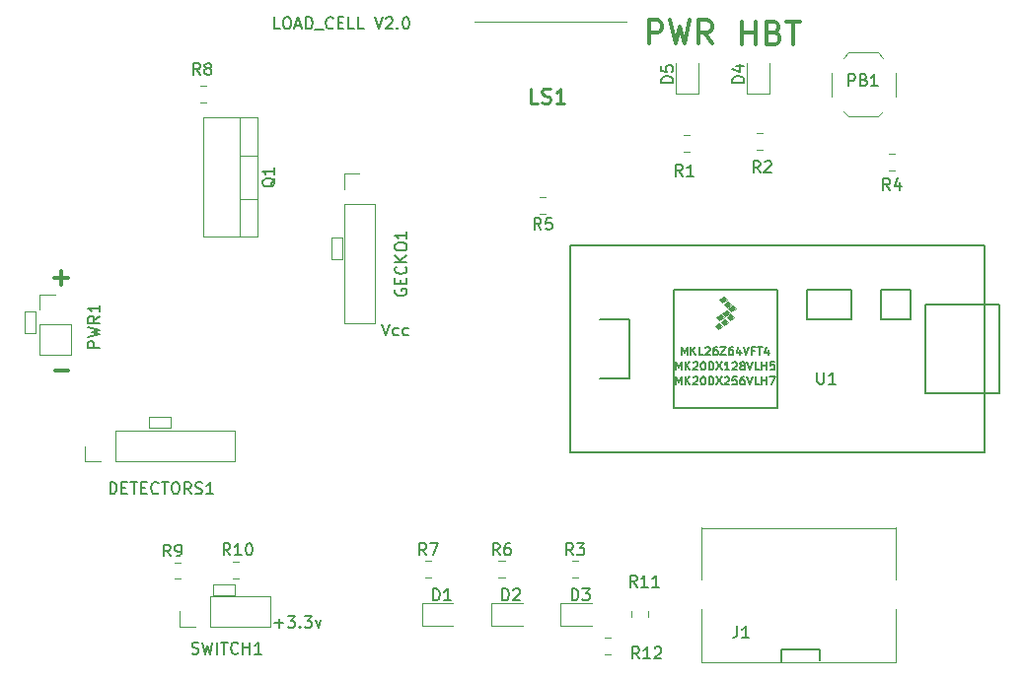
<source format=gbr>
G04 #@! TF.GenerationSoftware,KiCad,Pcbnew,(5.1.4-0-10_14)*
G04 #@! TF.CreationDate,2020-04-29T08:22:51-04:00*
G04 #@! TF.ProjectId,load_cell,6c6f6164-5f63-4656-9c6c-2e6b69636164,rev?*
G04 #@! TF.SameCoordinates,Original*
G04 #@! TF.FileFunction,Legend,Top*
G04 #@! TF.FilePolarity,Positive*
%FSLAX46Y46*%
G04 Gerber Fmt 4.6, Leading zero omitted, Abs format (unit mm)*
G04 Created by KiCad (PCBNEW (5.1.4-0-10_14)) date 2020-04-29 08:22:51*
%MOMM*%
%LPD*%
G04 APERTURE LIST*
%ADD10C,0.300000*%
%ADD11C,0.120000*%
%ADD12C,0.150000*%
%ADD13C,0.100000*%
%ADD14C,0.254000*%
G04 APERTURE END LIST*
D10*
X85628571Y-97457142D02*
X86771428Y-97457142D01*
D11*
X99150000Y-115850000D02*
X99150000Y-116750000D01*
X99150000Y-116750000D02*
X101050000Y-116750000D01*
X101050000Y-115850000D02*
X99150000Y-115850000D01*
X101050000Y-116750000D02*
X101050000Y-115850000D01*
X93650000Y-101450000D02*
X93650000Y-102350000D01*
X93650000Y-102350000D02*
X95550000Y-102350000D01*
X95550000Y-101450000D02*
X93650000Y-101450000D01*
X95550000Y-102350000D02*
X95550000Y-101450000D01*
X110250000Y-86000000D02*
X109350000Y-86000000D01*
X109350000Y-86000000D02*
X109350000Y-87900000D01*
X110250000Y-87900000D02*
X110250000Y-86000000D01*
X109350000Y-87900000D02*
X110250000Y-87900000D01*
X83950000Y-92350000D02*
X83050000Y-92350000D01*
X83950000Y-94250000D02*
X83950000Y-92350000D01*
X83050000Y-94250000D02*
X83950000Y-94250000D01*
X83050000Y-92350000D02*
X83050000Y-94250000D01*
D12*
X104914285Y-68102380D02*
X104438095Y-68102380D01*
X104438095Y-67102380D01*
X105438095Y-67102380D02*
X105628571Y-67102380D01*
X105723809Y-67150000D01*
X105819047Y-67245238D01*
X105866666Y-67435714D01*
X105866666Y-67769047D01*
X105819047Y-67959523D01*
X105723809Y-68054761D01*
X105628571Y-68102380D01*
X105438095Y-68102380D01*
X105342857Y-68054761D01*
X105247619Y-67959523D01*
X105200000Y-67769047D01*
X105200000Y-67435714D01*
X105247619Y-67245238D01*
X105342857Y-67150000D01*
X105438095Y-67102380D01*
X106247619Y-67816666D02*
X106723809Y-67816666D01*
X106152380Y-68102380D02*
X106485714Y-67102380D01*
X106819047Y-68102380D01*
X107152380Y-68102380D02*
X107152380Y-67102380D01*
X107390476Y-67102380D01*
X107533333Y-67150000D01*
X107628571Y-67245238D01*
X107676190Y-67340476D01*
X107723809Y-67530952D01*
X107723809Y-67673809D01*
X107676190Y-67864285D01*
X107628571Y-67959523D01*
X107533333Y-68054761D01*
X107390476Y-68102380D01*
X107152380Y-68102380D01*
X107914285Y-68197619D02*
X108676190Y-68197619D01*
X109485714Y-68007142D02*
X109438095Y-68054761D01*
X109295238Y-68102380D01*
X109200000Y-68102380D01*
X109057142Y-68054761D01*
X108961904Y-67959523D01*
X108914285Y-67864285D01*
X108866666Y-67673809D01*
X108866666Y-67530952D01*
X108914285Y-67340476D01*
X108961904Y-67245238D01*
X109057142Y-67150000D01*
X109200000Y-67102380D01*
X109295238Y-67102380D01*
X109438095Y-67150000D01*
X109485714Y-67197619D01*
X109914285Y-67578571D02*
X110247619Y-67578571D01*
X110390476Y-68102380D02*
X109914285Y-68102380D01*
X109914285Y-67102380D01*
X110390476Y-67102380D01*
X111295238Y-68102380D02*
X110819047Y-68102380D01*
X110819047Y-67102380D01*
X112104761Y-68102380D02*
X111628571Y-68102380D01*
X111628571Y-67102380D01*
X113057142Y-67102380D02*
X113390476Y-68102380D01*
X113723809Y-67102380D01*
X114009523Y-67197619D02*
X114057142Y-67150000D01*
X114152380Y-67102380D01*
X114390476Y-67102380D01*
X114485714Y-67150000D01*
X114533333Y-67197619D01*
X114580952Y-67292857D01*
X114580952Y-67388095D01*
X114533333Y-67530952D01*
X113961904Y-68102380D01*
X114580952Y-68102380D01*
X115009523Y-68007142D02*
X115057142Y-68054761D01*
X115009523Y-68102380D01*
X114961904Y-68054761D01*
X115009523Y-68007142D01*
X115009523Y-68102380D01*
X115676190Y-67102380D02*
X115771428Y-67102380D01*
X115866666Y-67150000D01*
X115914285Y-67197619D01*
X115961904Y-67292857D01*
X116009523Y-67483333D01*
X116009523Y-67721428D01*
X115961904Y-67911904D01*
X115914285Y-68007142D01*
X115866666Y-68054761D01*
X115771428Y-68102380D01*
X115676190Y-68102380D01*
X115580952Y-68054761D01*
X115533333Y-68007142D01*
X115485714Y-67911904D01*
X115438095Y-67721428D01*
X115438095Y-67483333D01*
X115485714Y-67292857D01*
X115533333Y-67197619D01*
X115580952Y-67150000D01*
X115676190Y-67102380D01*
D10*
X144566666Y-69454761D02*
X144566666Y-67454761D01*
X144566666Y-68407142D02*
X145709523Y-68407142D01*
X145709523Y-69454761D02*
X145709523Y-67454761D01*
X147328571Y-68407142D02*
X147614285Y-68502380D01*
X147709523Y-68597619D01*
X147804761Y-68788095D01*
X147804761Y-69073809D01*
X147709523Y-69264285D01*
X147614285Y-69359523D01*
X147423809Y-69454761D01*
X146661904Y-69454761D01*
X146661904Y-67454761D01*
X147328571Y-67454761D01*
X147519047Y-67550000D01*
X147614285Y-67645238D01*
X147709523Y-67835714D01*
X147709523Y-68026190D01*
X147614285Y-68216666D01*
X147519047Y-68311904D01*
X147328571Y-68407142D01*
X146661904Y-68407142D01*
X148376190Y-67454761D02*
X149519047Y-67454761D01*
X148947619Y-69454761D02*
X148947619Y-67454761D01*
X136583333Y-69354761D02*
X136583333Y-67354761D01*
X137345238Y-67354761D01*
X137535714Y-67450000D01*
X137630952Y-67545238D01*
X137726190Y-67735714D01*
X137726190Y-68021428D01*
X137630952Y-68211904D01*
X137535714Y-68307142D01*
X137345238Y-68402380D01*
X136583333Y-68402380D01*
X138392857Y-67354761D02*
X138869047Y-69354761D01*
X139250000Y-67926190D01*
X139630952Y-69354761D01*
X140107142Y-67354761D01*
X142011904Y-69354761D02*
X141345238Y-68402380D01*
X140869047Y-69354761D02*
X140869047Y-67354761D01*
X141630952Y-67354761D01*
X141821428Y-67450000D01*
X141916666Y-67545238D01*
X142011904Y-67735714D01*
X142011904Y-68021428D01*
X141916666Y-68211904D01*
X141821428Y-68307142D01*
X141630952Y-68402380D01*
X140869047Y-68402380D01*
D12*
X104447619Y-119171428D02*
X105209523Y-119171428D01*
X104828571Y-119552380D02*
X104828571Y-118790476D01*
X105590476Y-118552380D02*
X106209523Y-118552380D01*
X105876190Y-118933333D01*
X106019047Y-118933333D01*
X106114285Y-118980952D01*
X106161904Y-119028571D01*
X106209523Y-119123809D01*
X106209523Y-119361904D01*
X106161904Y-119457142D01*
X106114285Y-119504761D01*
X106019047Y-119552380D01*
X105733333Y-119552380D01*
X105638095Y-119504761D01*
X105590476Y-119457142D01*
X106638095Y-119457142D02*
X106685714Y-119504761D01*
X106638095Y-119552380D01*
X106590476Y-119504761D01*
X106638095Y-119457142D01*
X106638095Y-119552380D01*
X107019047Y-118552380D02*
X107638095Y-118552380D01*
X107304761Y-118933333D01*
X107447619Y-118933333D01*
X107542857Y-118980952D01*
X107590476Y-119028571D01*
X107638095Y-119123809D01*
X107638095Y-119361904D01*
X107590476Y-119457142D01*
X107542857Y-119504761D01*
X107447619Y-119552380D01*
X107161904Y-119552380D01*
X107066666Y-119504761D01*
X107019047Y-119457142D01*
X107971428Y-118885714D02*
X108209523Y-119552380D01*
X108447619Y-118885714D01*
X113659523Y-93452380D02*
X113992857Y-94452380D01*
X114326190Y-93452380D01*
X115088095Y-94404761D02*
X114992857Y-94452380D01*
X114802380Y-94452380D01*
X114707142Y-94404761D01*
X114659523Y-94357142D01*
X114611904Y-94261904D01*
X114611904Y-93976190D01*
X114659523Y-93880952D01*
X114707142Y-93833333D01*
X114802380Y-93785714D01*
X114992857Y-93785714D01*
X115088095Y-93833333D01*
X115945238Y-94404761D02*
X115850000Y-94452380D01*
X115659523Y-94452380D01*
X115564285Y-94404761D01*
X115516666Y-94357142D01*
X115469047Y-94261904D01*
X115469047Y-93976190D01*
X115516666Y-93880952D01*
X115564285Y-93833333D01*
X115659523Y-93785714D01*
X115850000Y-93785714D01*
X115945238Y-93833333D01*
D10*
X85578571Y-89507142D02*
X86721428Y-89507142D01*
X86150000Y-90078571D02*
X86150000Y-88935714D01*
D12*
X147972800Y-121428000D02*
X147972800Y-122494800D01*
X151224000Y-121428000D02*
X147972800Y-121428000D01*
X151224000Y-122342400D02*
X151224000Y-121428000D01*
D11*
X157777200Y-122494800D02*
X157770000Y-117929200D01*
X141130000Y-122486600D02*
X141130000Y-117929200D01*
X141130000Y-122486600D02*
X157770000Y-122486600D01*
X157777200Y-110912400D02*
X157770000Y-115429200D01*
X141114800Y-110912400D02*
X141130000Y-115429200D01*
X141130000Y-110975400D02*
X157770000Y-110975400D01*
D13*
G36*
X142754000Y-92649000D02*
G01*
X143008000Y-92903000D01*
X142627000Y-93157000D01*
X142373000Y-92903000D01*
X142754000Y-92649000D01*
G37*
X142754000Y-92649000D02*
X143008000Y-92903000D01*
X142627000Y-93157000D01*
X142373000Y-92903000D01*
X142754000Y-92649000D01*
G36*
X143770000Y-91887000D02*
G01*
X144024000Y-92141000D01*
X143643000Y-92395000D01*
X143389000Y-92141000D01*
X143770000Y-91887000D01*
G37*
X143770000Y-91887000D02*
X144024000Y-92141000D01*
X143643000Y-92395000D01*
X143389000Y-92141000D01*
X143770000Y-91887000D01*
G36*
X143008000Y-91125000D02*
G01*
X143262000Y-91379000D01*
X142881000Y-91633000D01*
X142627000Y-91379000D01*
X143008000Y-91125000D01*
G37*
X143008000Y-91125000D02*
X143262000Y-91379000D01*
X142881000Y-91633000D01*
X142627000Y-91379000D01*
X143008000Y-91125000D01*
G36*
X143135000Y-93030000D02*
G01*
X143389000Y-93284000D01*
X143008000Y-93538000D01*
X142754000Y-93284000D01*
X143135000Y-93030000D01*
G37*
X143135000Y-93030000D02*
X143389000Y-93284000D01*
X143008000Y-93538000D01*
X142754000Y-93284000D01*
X143135000Y-93030000D01*
G36*
X143389000Y-91506000D02*
G01*
X143643000Y-91760000D01*
X143262000Y-92014000D01*
X143008000Y-91760000D01*
X143389000Y-91506000D01*
G37*
X143389000Y-91506000D02*
X143643000Y-91760000D01*
X143262000Y-92014000D01*
X143008000Y-91760000D01*
X143389000Y-91506000D01*
G36*
X142627000Y-93411000D02*
G01*
X142881000Y-93665000D01*
X142500000Y-93919000D01*
X142246000Y-93665000D01*
X142627000Y-93411000D01*
G37*
X142627000Y-93411000D02*
X142881000Y-93665000D01*
X142500000Y-93919000D01*
X142246000Y-93665000D01*
X142627000Y-93411000D01*
G36*
X143262000Y-92268000D02*
G01*
X143516000Y-92522000D01*
X143135000Y-92776000D01*
X142881000Y-92522000D01*
X143262000Y-92268000D01*
G37*
X143262000Y-92268000D02*
X143516000Y-92522000D01*
X143135000Y-92776000D01*
X142881000Y-92522000D01*
X143262000Y-92268000D01*
G36*
X143643000Y-92649000D02*
G01*
X143897000Y-92903000D01*
X143516000Y-93157000D01*
X143262000Y-92903000D01*
X143643000Y-92649000D01*
G37*
X143643000Y-92649000D02*
X143897000Y-92903000D01*
X143516000Y-93157000D01*
X143262000Y-92903000D01*
X143643000Y-92649000D01*
D12*
X165360000Y-86680000D02*
X165360000Y-104460000D01*
X129800000Y-86680000D02*
X165360000Y-86680000D01*
X129800000Y-104460000D02*
X129800000Y-86680000D01*
X165360000Y-104460000D02*
X129800000Y-104460000D01*
X138690000Y-90490000D02*
X147580000Y-90490000D01*
X138690000Y-100650000D02*
X147580000Y-100650000D01*
X147580000Y-100650000D02*
X147580000Y-90490000D01*
X138690000Y-90490000D02*
X138690000Y-100650000D01*
X134880000Y-98110000D02*
X132340000Y-98110000D01*
X134880000Y-93030000D02*
X134880000Y-98110000D01*
X132340000Y-93030000D02*
X134880000Y-93030000D01*
X159010000Y-93030000D02*
X159010000Y-90490000D01*
X156470000Y-93030000D02*
X159010000Y-93030000D01*
X156470000Y-90490000D02*
X156470000Y-93030000D01*
X159010000Y-90490000D02*
X156470000Y-90490000D01*
X160280000Y-91760000D02*
X165360000Y-91760000D01*
X160280000Y-99380000D02*
X165360000Y-99380000D01*
X160280000Y-91760000D02*
X160280000Y-99380000D01*
X153930000Y-93030000D02*
X153930000Y-90490000D01*
X150120000Y-93030000D02*
X153930000Y-93030000D01*
X150120000Y-90490000D02*
X150120000Y-93030000D01*
X153930000Y-90490000D02*
X150120000Y-90490000D01*
X166630000Y-99380000D02*
X165360000Y-99380000D01*
X166630000Y-91760000D02*
X166630000Y-99380000D01*
X165360000Y-91760000D02*
X166630000Y-91760000D01*
D11*
X96320000Y-119480000D02*
X96320000Y-118150000D01*
X97650000Y-119480000D02*
X96320000Y-119480000D01*
X98920000Y-119480000D02*
X98920000Y-116820000D01*
X98920000Y-116820000D02*
X104060000Y-116820000D01*
X98920000Y-119480000D02*
X104060000Y-119480000D01*
X104060000Y-119480000D02*
X104060000Y-116820000D01*
X132791422Y-121860000D02*
X133308578Y-121860000D01*
X132791422Y-120440000D02*
X133308578Y-120440000D01*
X136510000Y-118608578D02*
X136510000Y-118091422D01*
X135090000Y-118608578D02*
X135090000Y-118091422D01*
X101358578Y-113890000D02*
X100841422Y-113890000D01*
X101358578Y-115310000D02*
X100841422Y-115310000D01*
X96408578Y-113940000D02*
X95891422Y-113940000D01*
X96408578Y-115360000D02*
X95891422Y-115360000D01*
X98608578Y-72990000D02*
X98091422Y-72990000D01*
X98608578Y-74410000D02*
X98091422Y-74410000D01*
X117391422Y-115210000D02*
X117908578Y-115210000D01*
X117391422Y-113790000D02*
X117908578Y-113790000D01*
X123691422Y-115210000D02*
X124208578Y-115210000D01*
X123691422Y-113790000D02*
X124208578Y-113790000D01*
X127758578Y-82540000D02*
X127241422Y-82540000D01*
X127758578Y-83960000D02*
X127241422Y-83960000D01*
X157141422Y-80260000D02*
X157658578Y-80260000D01*
X157141422Y-78840000D02*
X157658578Y-78840000D01*
X129991422Y-115210000D02*
X130508578Y-115210000D01*
X129991422Y-113790000D02*
X130508578Y-113790000D01*
X145803922Y-78510000D02*
X146321078Y-78510000D01*
X145803922Y-77090000D02*
X146321078Y-77090000D01*
X139591422Y-78660000D02*
X140108578Y-78660000D01*
X139591422Y-77240000D02*
X140108578Y-77240000D01*
X102970000Y-82691000D02*
X101460000Y-82691000D01*
X102970000Y-78990000D02*
X101460000Y-78990000D01*
X101460000Y-75720000D02*
X101460000Y-85960000D01*
X102970000Y-85960000D02*
X98329000Y-85960000D01*
X102970000Y-75720000D02*
X98329000Y-75720000D01*
X98329000Y-75720000D02*
X98329000Y-85960000D01*
X102970000Y-75720000D02*
X102970000Y-85960000D01*
X84320000Y-90920000D02*
X85650000Y-90920000D01*
X84320000Y-92250000D02*
X84320000Y-90920000D01*
X84320000Y-93520000D02*
X86980000Y-93520000D01*
X86980000Y-93520000D02*
X86980000Y-96120000D01*
X84320000Y-93520000D02*
X84320000Y-96120000D01*
X84320000Y-96120000D02*
X86980000Y-96120000D01*
X153750000Y-70150000D02*
X156250000Y-70150000D01*
X152250000Y-71900000D02*
X152250000Y-73900000D01*
X153750000Y-75650000D02*
X156250000Y-75650000D01*
X157750000Y-71900000D02*
X157750000Y-73900000D01*
X153300000Y-70600000D02*
X153750000Y-70150000D01*
X156700000Y-70600000D02*
X156250000Y-70150000D01*
X156700000Y-75200000D02*
X156250000Y-75650000D01*
X153300000Y-75200000D02*
X153750000Y-75650000D01*
D13*
X121650000Y-67500000D02*
X134650000Y-67500000D01*
D11*
X110420000Y-80540000D02*
X111750000Y-80540000D01*
X110420000Y-81870000D02*
X110420000Y-80540000D01*
X110420000Y-83140000D02*
X113080000Y-83140000D01*
X113080000Y-83140000D02*
X113080000Y-93360000D01*
X110420000Y-83140000D02*
X110420000Y-93360000D01*
X110420000Y-93360000D02*
X113080000Y-93360000D01*
X88220000Y-105280000D02*
X88220000Y-103950000D01*
X89550000Y-105280000D02*
X88220000Y-105280000D01*
X90820000Y-105280000D02*
X90820000Y-102620000D01*
X90820000Y-102620000D02*
X101040000Y-102620000D01*
X90820000Y-105280000D02*
X101040000Y-105280000D01*
X101040000Y-105280000D02*
X101040000Y-102620000D01*
X117115000Y-119360000D02*
X119800000Y-119360000D01*
X117115000Y-117440000D02*
X117115000Y-119360000D01*
X119800000Y-117440000D02*
X117115000Y-117440000D01*
X123065000Y-119360000D02*
X125750000Y-119360000D01*
X123065000Y-117440000D02*
X123065000Y-119360000D01*
X125750000Y-117440000D02*
X123065000Y-117440000D01*
X129015000Y-119360000D02*
X131700000Y-119360000D01*
X129015000Y-117440000D02*
X129015000Y-119360000D01*
X131700000Y-117440000D02*
X129015000Y-117440000D01*
X146910000Y-73685000D02*
X146910000Y-71000000D01*
X144990000Y-73685000D02*
X146910000Y-73685000D01*
X144990000Y-71000000D02*
X144990000Y-73685000D01*
X140810000Y-73685000D02*
X140810000Y-71000000D01*
X138890000Y-73685000D02*
X140810000Y-73685000D01*
X138890000Y-71000000D02*
X138890000Y-73685000D01*
D12*
X144166666Y-119402380D02*
X144166666Y-120116666D01*
X144119047Y-120259523D01*
X144023809Y-120354761D01*
X143880952Y-120402380D01*
X143785714Y-120402380D01*
X145166666Y-120402380D02*
X144595238Y-120402380D01*
X144880952Y-120402380D02*
X144880952Y-119402380D01*
X144785714Y-119545238D01*
X144690476Y-119640476D01*
X144595238Y-119688095D01*
X151038095Y-97602380D02*
X151038095Y-98411904D01*
X151085714Y-98507142D01*
X151133333Y-98554761D01*
X151228571Y-98602380D01*
X151419047Y-98602380D01*
X151514285Y-98554761D01*
X151561904Y-98507142D01*
X151609523Y-98411904D01*
X151609523Y-97602380D01*
X152609523Y-98602380D02*
X152038095Y-98602380D01*
X152323809Y-98602380D02*
X152323809Y-97602380D01*
X152228571Y-97745238D01*
X152133333Y-97840476D01*
X152038095Y-97888095D01*
X138918333Y-97410666D02*
X138918333Y-96710666D01*
X139151666Y-97210666D01*
X139385000Y-96710666D01*
X139385000Y-97410666D01*
X139718333Y-97410666D02*
X139718333Y-96710666D01*
X140118333Y-97410666D02*
X139818333Y-97010666D01*
X140118333Y-96710666D02*
X139718333Y-97110666D01*
X140385000Y-96777333D02*
X140418333Y-96744000D01*
X140485000Y-96710666D01*
X140651666Y-96710666D01*
X140718333Y-96744000D01*
X140751666Y-96777333D01*
X140785000Y-96844000D01*
X140785000Y-96910666D01*
X140751666Y-97010666D01*
X140351666Y-97410666D01*
X140785000Y-97410666D01*
X141218333Y-96710666D02*
X141285000Y-96710666D01*
X141351666Y-96744000D01*
X141385000Y-96777333D01*
X141418333Y-96844000D01*
X141451666Y-96977333D01*
X141451666Y-97144000D01*
X141418333Y-97277333D01*
X141385000Y-97344000D01*
X141351666Y-97377333D01*
X141285000Y-97410666D01*
X141218333Y-97410666D01*
X141151666Y-97377333D01*
X141118333Y-97344000D01*
X141085000Y-97277333D01*
X141051666Y-97144000D01*
X141051666Y-96977333D01*
X141085000Y-96844000D01*
X141118333Y-96777333D01*
X141151666Y-96744000D01*
X141218333Y-96710666D01*
X141751666Y-97410666D02*
X141751666Y-96710666D01*
X141918333Y-96710666D01*
X142018333Y-96744000D01*
X142085000Y-96810666D01*
X142118333Y-96877333D01*
X142151666Y-97010666D01*
X142151666Y-97110666D01*
X142118333Y-97244000D01*
X142085000Y-97310666D01*
X142018333Y-97377333D01*
X141918333Y-97410666D01*
X141751666Y-97410666D01*
X142385000Y-96710666D02*
X142851666Y-97410666D01*
X142851666Y-96710666D02*
X142385000Y-97410666D01*
X143485000Y-97410666D02*
X143085000Y-97410666D01*
X143285000Y-97410666D02*
X143285000Y-96710666D01*
X143218333Y-96810666D01*
X143151666Y-96877333D01*
X143085000Y-96910666D01*
X143751666Y-96777333D02*
X143785000Y-96744000D01*
X143851666Y-96710666D01*
X144018333Y-96710666D01*
X144085000Y-96744000D01*
X144118333Y-96777333D01*
X144151666Y-96844000D01*
X144151666Y-96910666D01*
X144118333Y-97010666D01*
X143718333Y-97410666D01*
X144151666Y-97410666D01*
X144551666Y-97010666D02*
X144485000Y-96977333D01*
X144451666Y-96944000D01*
X144418333Y-96877333D01*
X144418333Y-96844000D01*
X144451666Y-96777333D01*
X144485000Y-96744000D01*
X144551666Y-96710666D01*
X144685000Y-96710666D01*
X144751666Y-96744000D01*
X144785000Y-96777333D01*
X144818333Y-96844000D01*
X144818333Y-96877333D01*
X144785000Y-96944000D01*
X144751666Y-96977333D01*
X144685000Y-97010666D01*
X144551666Y-97010666D01*
X144485000Y-97044000D01*
X144451666Y-97077333D01*
X144418333Y-97144000D01*
X144418333Y-97277333D01*
X144451666Y-97344000D01*
X144485000Y-97377333D01*
X144551666Y-97410666D01*
X144685000Y-97410666D01*
X144751666Y-97377333D01*
X144785000Y-97344000D01*
X144818333Y-97277333D01*
X144818333Y-97144000D01*
X144785000Y-97077333D01*
X144751666Y-97044000D01*
X144685000Y-97010666D01*
X145018333Y-96710666D02*
X145251666Y-97410666D01*
X145485000Y-96710666D01*
X146051666Y-97410666D02*
X145718333Y-97410666D01*
X145718333Y-96710666D01*
X146285000Y-97410666D02*
X146285000Y-96710666D01*
X146285000Y-97044000D02*
X146685000Y-97044000D01*
X146685000Y-97410666D02*
X146685000Y-96710666D01*
X147351666Y-96710666D02*
X147018333Y-96710666D01*
X146985000Y-97044000D01*
X147018333Y-97010666D01*
X147085000Y-96977333D01*
X147251666Y-96977333D01*
X147318333Y-97010666D01*
X147351666Y-97044000D01*
X147385000Y-97110666D01*
X147385000Y-97277333D01*
X147351666Y-97344000D01*
X147318333Y-97377333D01*
X147251666Y-97410666D01*
X147085000Y-97410666D01*
X147018333Y-97377333D01*
X146985000Y-97344000D01*
X139401666Y-96140666D02*
X139401666Y-95440666D01*
X139635000Y-95940666D01*
X139868333Y-95440666D01*
X139868333Y-96140666D01*
X140201666Y-96140666D02*
X140201666Y-95440666D01*
X140601666Y-96140666D02*
X140301666Y-95740666D01*
X140601666Y-95440666D02*
X140201666Y-95840666D01*
X141235000Y-96140666D02*
X140901666Y-96140666D01*
X140901666Y-95440666D01*
X141435000Y-95507333D02*
X141468333Y-95474000D01*
X141535000Y-95440666D01*
X141701666Y-95440666D01*
X141768333Y-95474000D01*
X141801666Y-95507333D01*
X141835000Y-95574000D01*
X141835000Y-95640666D01*
X141801666Y-95740666D01*
X141401666Y-96140666D01*
X141835000Y-96140666D01*
X142435000Y-95440666D02*
X142301666Y-95440666D01*
X142235000Y-95474000D01*
X142201666Y-95507333D01*
X142135000Y-95607333D01*
X142101666Y-95740666D01*
X142101666Y-96007333D01*
X142135000Y-96074000D01*
X142168333Y-96107333D01*
X142235000Y-96140666D01*
X142368333Y-96140666D01*
X142435000Y-96107333D01*
X142468333Y-96074000D01*
X142501666Y-96007333D01*
X142501666Y-95840666D01*
X142468333Y-95774000D01*
X142435000Y-95740666D01*
X142368333Y-95707333D01*
X142235000Y-95707333D01*
X142168333Y-95740666D01*
X142135000Y-95774000D01*
X142101666Y-95840666D01*
X142735000Y-95440666D02*
X143201666Y-95440666D01*
X142735000Y-96140666D01*
X143201666Y-96140666D01*
X143768333Y-95440666D02*
X143635000Y-95440666D01*
X143568333Y-95474000D01*
X143535000Y-95507333D01*
X143468333Y-95607333D01*
X143435000Y-95740666D01*
X143435000Y-96007333D01*
X143468333Y-96074000D01*
X143501666Y-96107333D01*
X143568333Y-96140666D01*
X143701666Y-96140666D01*
X143768333Y-96107333D01*
X143801666Y-96074000D01*
X143835000Y-96007333D01*
X143835000Y-95840666D01*
X143801666Y-95774000D01*
X143768333Y-95740666D01*
X143701666Y-95707333D01*
X143568333Y-95707333D01*
X143501666Y-95740666D01*
X143468333Y-95774000D01*
X143435000Y-95840666D01*
X144435000Y-95674000D02*
X144435000Y-96140666D01*
X144268333Y-95407333D02*
X144101666Y-95907333D01*
X144535000Y-95907333D01*
X144701666Y-95440666D02*
X144935000Y-96140666D01*
X145168333Y-95440666D01*
X145635000Y-95774000D02*
X145401666Y-95774000D01*
X145401666Y-96140666D02*
X145401666Y-95440666D01*
X145735000Y-95440666D01*
X145901666Y-95440666D02*
X146301666Y-95440666D01*
X146101666Y-96140666D02*
X146101666Y-95440666D01*
X146835000Y-95674000D02*
X146835000Y-96140666D01*
X146668333Y-95407333D02*
X146501666Y-95907333D01*
X146935000Y-95907333D01*
X138918333Y-98680666D02*
X138918333Y-97980666D01*
X139151666Y-98480666D01*
X139385000Y-97980666D01*
X139385000Y-98680666D01*
X139718333Y-98680666D02*
X139718333Y-97980666D01*
X140118333Y-98680666D02*
X139818333Y-98280666D01*
X140118333Y-97980666D02*
X139718333Y-98380666D01*
X140385000Y-98047333D02*
X140418333Y-98014000D01*
X140485000Y-97980666D01*
X140651666Y-97980666D01*
X140718333Y-98014000D01*
X140751666Y-98047333D01*
X140785000Y-98114000D01*
X140785000Y-98180666D01*
X140751666Y-98280666D01*
X140351666Y-98680666D01*
X140785000Y-98680666D01*
X141218333Y-97980666D02*
X141285000Y-97980666D01*
X141351666Y-98014000D01*
X141385000Y-98047333D01*
X141418333Y-98114000D01*
X141451666Y-98247333D01*
X141451666Y-98414000D01*
X141418333Y-98547333D01*
X141385000Y-98614000D01*
X141351666Y-98647333D01*
X141285000Y-98680666D01*
X141218333Y-98680666D01*
X141151666Y-98647333D01*
X141118333Y-98614000D01*
X141085000Y-98547333D01*
X141051666Y-98414000D01*
X141051666Y-98247333D01*
X141085000Y-98114000D01*
X141118333Y-98047333D01*
X141151666Y-98014000D01*
X141218333Y-97980666D01*
X141751666Y-98680666D02*
X141751666Y-97980666D01*
X141918333Y-97980666D01*
X142018333Y-98014000D01*
X142085000Y-98080666D01*
X142118333Y-98147333D01*
X142151666Y-98280666D01*
X142151666Y-98380666D01*
X142118333Y-98514000D01*
X142085000Y-98580666D01*
X142018333Y-98647333D01*
X141918333Y-98680666D01*
X141751666Y-98680666D01*
X142385000Y-97980666D02*
X142851666Y-98680666D01*
X142851666Y-97980666D02*
X142385000Y-98680666D01*
X143085000Y-98047333D02*
X143118333Y-98014000D01*
X143185000Y-97980666D01*
X143351666Y-97980666D01*
X143418333Y-98014000D01*
X143451666Y-98047333D01*
X143485000Y-98114000D01*
X143485000Y-98180666D01*
X143451666Y-98280666D01*
X143051666Y-98680666D01*
X143485000Y-98680666D01*
X144118333Y-97980666D02*
X143785000Y-97980666D01*
X143751666Y-98314000D01*
X143785000Y-98280666D01*
X143851666Y-98247333D01*
X144018333Y-98247333D01*
X144085000Y-98280666D01*
X144118333Y-98314000D01*
X144151666Y-98380666D01*
X144151666Y-98547333D01*
X144118333Y-98614000D01*
X144085000Y-98647333D01*
X144018333Y-98680666D01*
X143851666Y-98680666D01*
X143785000Y-98647333D01*
X143751666Y-98614000D01*
X144751666Y-97980666D02*
X144618333Y-97980666D01*
X144551666Y-98014000D01*
X144518333Y-98047333D01*
X144451666Y-98147333D01*
X144418333Y-98280666D01*
X144418333Y-98547333D01*
X144451666Y-98614000D01*
X144485000Y-98647333D01*
X144551666Y-98680666D01*
X144685000Y-98680666D01*
X144751666Y-98647333D01*
X144785000Y-98614000D01*
X144818333Y-98547333D01*
X144818333Y-98380666D01*
X144785000Y-98314000D01*
X144751666Y-98280666D01*
X144685000Y-98247333D01*
X144551666Y-98247333D01*
X144485000Y-98280666D01*
X144451666Y-98314000D01*
X144418333Y-98380666D01*
X145018333Y-97980666D02*
X145251666Y-98680666D01*
X145485000Y-97980666D01*
X146051666Y-98680666D02*
X145718333Y-98680666D01*
X145718333Y-97980666D01*
X146285000Y-98680666D02*
X146285000Y-97980666D01*
X146285000Y-98314000D02*
X146685000Y-98314000D01*
X146685000Y-98680666D02*
X146685000Y-97980666D01*
X146951666Y-97980666D02*
X147418333Y-97980666D01*
X147118333Y-98680666D01*
X97373809Y-121754761D02*
X97516666Y-121802380D01*
X97754761Y-121802380D01*
X97850000Y-121754761D01*
X97897619Y-121707142D01*
X97945238Y-121611904D01*
X97945238Y-121516666D01*
X97897619Y-121421428D01*
X97850000Y-121373809D01*
X97754761Y-121326190D01*
X97564285Y-121278571D01*
X97469047Y-121230952D01*
X97421428Y-121183333D01*
X97373809Y-121088095D01*
X97373809Y-120992857D01*
X97421428Y-120897619D01*
X97469047Y-120850000D01*
X97564285Y-120802380D01*
X97802380Y-120802380D01*
X97945238Y-120850000D01*
X98278571Y-120802380D02*
X98516666Y-121802380D01*
X98707142Y-121088095D01*
X98897619Y-121802380D01*
X99135714Y-120802380D01*
X99516666Y-121802380D02*
X99516666Y-120802380D01*
X99850000Y-120802380D02*
X100421428Y-120802380D01*
X100135714Y-121802380D02*
X100135714Y-120802380D01*
X101326190Y-121707142D02*
X101278571Y-121754761D01*
X101135714Y-121802380D01*
X101040476Y-121802380D01*
X100897619Y-121754761D01*
X100802380Y-121659523D01*
X100754761Y-121564285D01*
X100707142Y-121373809D01*
X100707142Y-121230952D01*
X100754761Y-121040476D01*
X100802380Y-120945238D01*
X100897619Y-120850000D01*
X101040476Y-120802380D01*
X101135714Y-120802380D01*
X101278571Y-120850000D01*
X101326190Y-120897619D01*
X101754761Y-121802380D02*
X101754761Y-120802380D01*
X101754761Y-121278571D02*
X102326190Y-121278571D01*
X102326190Y-121802380D02*
X102326190Y-120802380D01*
X103326190Y-121802380D02*
X102754761Y-121802380D01*
X103040476Y-121802380D02*
X103040476Y-120802380D01*
X102945238Y-120945238D01*
X102850000Y-121040476D01*
X102754761Y-121088095D01*
X135757142Y-122202380D02*
X135423809Y-121726190D01*
X135185714Y-122202380D02*
X135185714Y-121202380D01*
X135566666Y-121202380D01*
X135661904Y-121250000D01*
X135709523Y-121297619D01*
X135757142Y-121392857D01*
X135757142Y-121535714D01*
X135709523Y-121630952D01*
X135661904Y-121678571D01*
X135566666Y-121726190D01*
X135185714Y-121726190D01*
X136709523Y-122202380D02*
X136138095Y-122202380D01*
X136423809Y-122202380D02*
X136423809Y-121202380D01*
X136328571Y-121345238D01*
X136233333Y-121440476D01*
X136138095Y-121488095D01*
X137090476Y-121297619D02*
X137138095Y-121250000D01*
X137233333Y-121202380D01*
X137471428Y-121202380D01*
X137566666Y-121250000D01*
X137614285Y-121297619D01*
X137661904Y-121392857D01*
X137661904Y-121488095D01*
X137614285Y-121630952D01*
X137042857Y-122202380D01*
X137661904Y-122202380D01*
X135557142Y-116052380D02*
X135223809Y-115576190D01*
X134985714Y-116052380D02*
X134985714Y-115052380D01*
X135366666Y-115052380D01*
X135461904Y-115100000D01*
X135509523Y-115147619D01*
X135557142Y-115242857D01*
X135557142Y-115385714D01*
X135509523Y-115480952D01*
X135461904Y-115528571D01*
X135366666Y-115576190D01*
X134985714Y-115576190D01*
X136509523Y-116052380D02*
X135938095Y-116052380D01*
X136223809Y-116052380D02*
X136223809Y-115052380D01*
X136128571Y-115195238D01*
X136033333Y-115290476D01*
X135938095Y-115338095D01*
X137461904Y-116052380D02*
X136890476Y-116052380D01*
X137176190Y-116052380D02*
X137176190Y-115052380D01*
X137080952Y-115195238D01*
X136985714Y-115290476D01*
X136890476Y-115338095D01*
X100657142Y-113302380D02*
X100323809Y-112826190D01*
X100085714Y-113302380D02*
X100085714Y-112302380D01*
X100466666Y-112302380D01*
X100561904Y-112350000D01*
X100609523Y-112397619D01*
X100657142Y-112492857D01*
X100657142Y-112635714D01*
X100609523Y-112730952D01*
X100561904Y-112778571D01*
X100466666Y-112826190D01*
X100085714Y-112826190D01*
X101609523Y-113302380D02*
X101038095Y-113302380D01*
X101323809Y-113302380D02*
X101323809Y-112302380D01*
X101228571Y-112445238D01*
X101133333Y-112540476D01*
X101038095Y-112588095D01*
X102228571Y-112302380D02*
X102323809Y-112302380D01*
X102419047Y-112350000D01*
X102466666Y-112397619D01*
X102514285Y-112492857D01*
X102561904Y-112683333D01*
X102561904Y-112921428D01*
X102514285Y-113111904D01*
X102466666Y-113207142D01*
X102419047Y-113254761D01*
X102323809Y-113302380D01*
X102228571Y-113302380D01*
X102133333Y-113254761D01*
X102085714Y-113207142D01*
X102038095Y-113111904D01*
X101990476Y-112921428D01*
X101990476Y-112683333D01*
X102038095Y-112492857D01*
X102085714Y-112397619D01*
X102133333Y-112350000D01*
X102228571Y-112302380D01*
X95533333Y-113402380D02*
X95200000Y-112926190D01*
X94961904Y-113402380D02*
X94961904Y-112402380D01*
X95342857Y-112402380D01*
X95438095Y-112450000D01*
X95485714Y-112497619D01*
X95533333Y-112592857D01*
X95533333Y-112735714D01*
X95485714Y-112830952D01*
X95438095Y-112878571D01*
X95342857Y-112926190D01*
X94961904Y-112926190D01*
X96009523Y-113402380D02*
X96200000Y-113402380D01*
X96295238Y-113354761D01*
X96342857Y-113307142D01*
X96438095Y-113164285D01*
X96485714Y-112973809D01*
X96485714Y-112592857D01*
X96438095Y-112497619D01*
X96390476Y-112450000D01*
X96295238Y-112402380D01*
X96104761Y-112402380D01*
X96009523Y-112450000D01*
X95961904Y-112497619D01*
X95914285Y-112592857D01*
X95914285Y-112830952D01*
X95961904Y-112926190D01*
X96009523Y-112973809D01*
X96104761Y-113021428D01*
X96295238Y-113021428D01*
X96390476Y-112973809D01*
X96438095Y-112926190D01*
X96485714Y-112830952D01*
X98083333Y-72052380D02*
X97750000Y-71576190D01*
X97511904Y-72052380D02*
X97511904Y-71052380D01*
X97892857Y-71052380D01*
X97988095Y-71100000D01*
X98035714Y-71147619D01*
X98083333Y-71242857D01*
X98083333Y-71385714D01*
X98035714Y-71480952D01*
X97988095Y-71528571D01*
X97892857Y-71576190D01*
X97511904Y-71576190D01*
X98654761Y-71480952D02*
X98559523Y-71433333D01*
X98511904Y-71385714D01*
X98464285Y-71290476D01*
X98464285Y-71242857D01*
X98511904Y-71147619D01*
X98559523Y-71100000D01*
X98654761Y-71052380D01*
X98845238Y-71052380D01*
X98940476Y-71100000D01*
X98988095Y-71147619D01*
X99035714Y-71242857D01*
X99035714Y-71290476D01*
X98988095Y-71385714D01*
X98940476Y-71433333D01*
X98845238Y-71480952D01*
X98654761Y-71480952D01*
X98559523Y-71528571D01*
X98511904Y-71576190D01*
X98464285Y-71671428D01*
X98464285Y-71861904D01*
X98511904Y-71957142D01*
X98559523Y-72004761D01*
X98654761Y-72052380D01*
X98845238Y-72052380D01*
X98940476Y-72004761D01*
X98988095Y-71957142D01*
X99035714Y-71861904D01*
X99035714Y-71671428D01*
X98988095Y-71576190D01*
X98940476Y-71528571D01*
X98845238Y-71480952D01*
X117483333Y-113302380D02*
X117150000Y-112826190D01*
X116911904Y-113302380D02*
X116911904Y-112302380D01*
X117292857Y-112302380D01*
X117388095Y-112350000D01*
X117435714Y-112397619D01*
X117483333Y-112492857D01*
X117483333Y-112635714D01*
X117435714Y-112730952D01*
X117388095Y-112778571D01*
X117292857Y-112826190D01*
X116911904Y-112826190D01*
X117816666Y-112302380D02*
X118483333Y-112302380D01*
X118054761Y-113302380D01*
X123783333Y-113302380D02*
X123450000Y-112826190D01*
X123211904Y-113302380D02*
X123211904Y-112302380D01*
X123592857Y-112302380D01*
X123688095Y-112350000D01*
X123735714Y-112397619D01*
X123783333Y-112492857D01*
X123783333Y-112635714D01*
X123735714Y-112730952D01*
X123688095Y-112778571D01*
X123592857Y-112826190D01*
X123211904Y-112826190D01*
X124640476Y-112302380D02*
X124450000Y-112302380D01*
X124354761Y-112350000D01*
X124307142Y-112397619D01*
X124211904Y-112540476D01*
X124164285Y-112730952D01*
X124164285Y-113111904D01*
X124211904Y-113207142D01*
X124259523Y-113254761D01*
X124354761Y-113302380D01*
X124545238Y-113302380D01*
X124640476Y-113254761D01*
X124688095Y-113207142D01*
X124735714Y-113111904D01*
X124735714Y-112873809D01*
X124688095Y-112778571D01*
X124640476Y-112730952D01*
X124545238Y-112683333D01*
X124354761Y-112683333D01*
X124259523Y-112730952D01*
X124211904Y-112778571D01*
X124164285Y-112873809D01*
X127333333Y-85352380D02*
X127000000Y-84876190D01*
X126761904Y-85352380D02*
X126761904Y-84352380D01*
X127142857Y-84352380D01*
X127238095Y-84400000D01*
X127285714Y-84447619D01*
X127333333Y-84542857D01*
X127333333Y-84685714D01*
X127285714Y-84780952D01*
X127238095Y-84828571D01*
X127142857Y-84876190D01*
X126761904Y-84876190D01*
X128238095Y-84352380D02*
X127761904Y-84352380D01*
X127714285Y-84828571D01*
X127761904Y-84780952D01*
X127857142Y-84733333D01*
X128095238Y-84733333D01*
X128190476Y-84780952D01*
X128238095Y-84828571D01*
X128285714Y-84923809D01*
X128285714Y-85161904D01*
X128238095Y-85257142D01*
X128190476Y-85304761D01*
X128095238Y-85352380D01*
X127857142Y-85352380D01*
X127761904Y-85304761D01*
X127714285Y-85257142D01*
X157283333Y-81952380D02*
X156950000Y-81476190D01*
X156711904Y-81952380D02*
X156711904Y-80952380D01*
X157092857Y-80952380D01*
X157188095Y-81000000D01*
X157235714Y-81047619D01*
X157283333Y-81142857D01*
X157283333Y-81285714D01*
X157235714Y-81380952D01*
X157188095Y-81428571D01*
X157092857Y-81476190D01*
X156711904Y-81476190D01*
X158140476Y-81285714D02*
X158140476Y-81952380D01*
X157902380Y-80904761D02*
X157664285Y-81619047D01*
X158283333Y-81619047D01*
X130083333Y-113302380D02*
X129750000Y-112826190D01*
X129511904Y-113302380D02*
X129511904Y-112302380D01*
X129892857Y-112302380D01*
X129988095Y-112350000D01*
X130035714Y-112397619D01*
X130083333Y-112492857D01*
X130083333Y-112635714D01*
X130035714Y-112730952D01*
X129988095Y-112778571D01*
X129892857Y-112826190D01*
X129511904Y-112826190D01*
X130416666Y-112302380D02*
X131035714Y-112302380D01*
X130702380Y-112683333D01*
X130845238Y-112683333D01*
X130940476Y-112730952D01*
X130988095Y-112778571D01*
X131035714Y-112873809D01*
X131035714Y-113111904D01*
X130988095Y-113207142D01*
X130940476Y-113254761D01*
X130845238Y-113302380D01*
X130559523Y-113302380D01*
X130464285Y-113254761D01*
X130416666Y-113207142D01*
X146133333Y-80452380D02*
X145800000Y-79976190D01*
X145561904Y-80452380D02*
X145561904Y-79452380D01*
X145942857Y-79452380D01*
X146038095Y-79500000D01*
X146085714Y-79547619D01*
X146133333Y-79642857D01*
X146133333Y-79785714D01*
X146085714Y-79880952D01*
X146038095Y-79928571D01*
X145942857Y-79976190D01*
X145561904Y-79976190D01*
X146514285Y-79547619D02*
X146561904Y-79500000D01*
X146657142Y-79452380D01*
X146895238Y-79452380D01*
X146990476Y-79500000D01*
X147038095Y-79547619D01*
X147085714Y-79642857D01*
X147085714Y-79738095D01*
X147038095Y-79880952D01*
X146466666Y-80452380D01*
X147085714Y-80452380D01*
X139483333Y-80752380D02*
X139150000Y-80276190D01*
X138911904Y-80752380D02*
X138911904Y-79752380D01*
X139292857Y-79752380D01*
X139388095Y-79800000D01*
X139435714Y-79847619D01*
X139483333Y-79942857D01*
X139483333Y-80085714D01*
X139435714Y-80180952D01*
X139388095Y-80228571D01*
X139292857Y-80276190D01*
X138911904Y-80276190D01*
X140435714Y-80752380D02*
X139864285Y-80752380D01*
X140150000Y-80752380D02*
X140150000Y-79752380D01*
X140054761Y-79895238D01*
X139959523Y-79990476D01*
X139864285Y-80038095D01*
X104517619Y-80935238D02*
X104470000Y-81030476D01*
X104374761Y-81125714D01*
X104231904Y-81268571D01*
X104184285Y-81363809D01*
X104184285Y-81459047D01*
X104422380Y-81411428D02*
X104374761Y-81506666D01*
X104279523Y-81601904D01*
X104089047Y-81649523D01*
X103755714Y-81649523D01*
X103565238Y-81601904D01*
X103470000Y-81506666D01*
X103422380Y-81411428D01*
X103422380Y-81220952D01*
X103470000Y-81125714D01*
X103565238Y-81030476D01*
X103755714Y-80982857D01*
X104089047Y-80982857D01*
X104279523Y-81030476D01*
X104374761Y-81125714D01*
X104422380Y-81220952D01*
X104422380Y-81411428D01*
X104422380Y-80030476D02*
X104422380Y-80601904D01*
X104422380Y-80316190D02*
X103422380Y-80316190D01*
X103565238Y-80411428D01*
X103660476Y-80506666D01*
X103708095Y-80601904D01*
X89452380Y-95509523D02*
X88452380Y-95509523D01*
X88452380Y-95128571D01*
X88500000Y-95033333D01*
X88547619Y-94985714D01*
X88642857Y-94938095D01*
X88785714Y-94938095D01*
X88880952Y-94985714D01*
X88928571Y-95033333D01*
X88976190Y-95128571D01*
X88976190Y-95509523D01*
X88452380Y-94604761D02*
X89452380Y-94366666D01*
X88738095Y-94176190D01*
X89452380Y-93985714D01*
X88452380Y-93747619D01*
X89452380Y-92795238D02*
X88976190Y-93128571D01*
X89452380Y-93366666D02*
X88452380Y-93366666D01*
X88452380Y-92985714D01*
X88500000Y-92890476D01*
X88547619Y-92842857D01*
X88642857Y-92795238D01*
X88785714Y-92795238D01*
X88880952Y-92842857D01*
X88928571Y-92890476D01*
X88976190Y-92985714D01*
X88976190Y-93366666D01*
X89452380Y-91842857D02*
X89452380Y-92414285D01*
X89452380Y-92128571D02*
X88452380Y-92128571D01*
X88595238Y-92223809D01*
X88690476Y-92319047D01*
X88738095Y-92414285D01*
X153711904Y-73002380D02*
X153711904Y-72002380D01*
X154092857Y-72002380D01*
X154188095Y-72050000D01*
X154235714Y-72097619D01*
X154283333Y-72192857D01*
X154283333Y-72335714D01*
X154235714Y-72430952D01*
X154188095Y-72478571D01*
X154092857Y-72526190D01*
X153711904Y-72526190D01*
X155045238Y-72478571D02*
X155188095Y-72526190D01*
X155235714Y-72573809D01*
X155283333Y-72669047D01*
X155283333Y-72811904D01*
X155235714Y-72907142D01*
X155188095Y-72954761D01*
X155092857Y-73002380D01*
X154711904Y-73002380D01*
X154711904Y-72002380D01*
X155045238Y-72002380D01*
X155140476Y-72050000D01*
X155188095Y-72097619D01*
X155235714Y-72192857D01*
X155235714Y-72288095D01*
X155188095Y-72383333D01*
X155140476Y-72430952D01*
X155045238Y-72478571D01*
X154711904Y-72478571D01*
X156235714Y-73002380D02*
X155664285Y-73002380D01*
X155950000Y-73002380D02*
X155950000Y-72002380D01*
X155854761Y-72145238D01*
X155759523Y-72240476D01*
X155664285Y-72288095D01*
D14*
X127048571Y-74484523D02*
X126443809Y-74484523D01*
X126443809Y-73214523D01*
X127411428Y-74424047D02*
X127592857Y-74484523D01*
X127895238Y-74484523D01*
X128016190Y-74424047D01*
X128076666Y-74363571D01*
X128137142Y-74242619D01*
X128137142Y-74121666D01*
X128076666Y-74000714D01*
X128016190Y-73940238D01*
X127895238Y-73879761D01*
X127653333Y-73819285D01*
X127532380Y-73758809D01*
X127471904Y-73698333D01*
X127411428Y-73577380D01*
X127411428Y-73456428D01*
X127471904Y-73335476D01*
X127532380Y-73275000D01*
X127653333Y-73214523D01*
X127955714Y-73214523D01*
X128137142Y-73275000D01*
X129346666Y-74484523D02*
X128620952Y-74484523D01*
X128983809Y-74484523D02*
X128983809Y-73214523D01*
X128862857Y-73395952D01*
X128741904Y-73516904D01*
X128620952Y-73577380D01*
D12*
X114850000Y-90490476D02*
X114802380Y-90585714D01*
X114802380Y-90728571D01*
X114850000Y-90871428D01*
X114945238Y-90966666D01*
X115040476Y-91014285D01*
X115230952Y-91061904D01*
X115373809Y-91061904D01*
X115564285Y-91014285D01*
X115659523Y-90966666D01*
X115754761Y-90871428D01*
X115802380Y-90728571D01*
X115802380Y-90633333D01*
X115754761Y-90490476D01*
X115707142Y-90442857D01*
X115373809Y-90442857D01*
X115373809Y-90633333D01*
X115278571Y-90014285D02*
X115278571Y-89680952D01*
X115802380Y-89538095D02*
X115802380Y-90014285D01*
X114802380Y-90014285D01*
X114802380Y-89538095D01*
X115707142Y-88538095D02*
X115754761Y-88585714D01*
X115802380Y-88728571D01*
X115802380Y-88823809D01*
X115754761Y-88966666D01*
X115659523Y-89061904D01*
X115564285Y-89109523D01*
X115373809Y-89157142D01*
X115230952Y-89157142D01*
X115040476Y-89109523D01*
X114945238Y-89061904D01*
X114850000Y-88966666D01*
X114802380Y-88823809D01*
X114802380Y-88728571D01*
X114850000Y-88585714D01*
X114897619Y-88538095D01*
X115802380Y-88109523D02*
X114802380Y-88109523D01*
X115802380Y-87538095D02*
X115230952Y-87966666D01*
X114802380Y-87538095D02*
X115373809Y-88109523D01*
X114802380Y-86919047D02*
X114802380Y-86728571D01*
X114850000Y-86633333D01*
X114945238Y-86538095D01*
X115135714Y-86490476D01*
X115469047Y-86490476D01*
X115659523Y-86538095D01*
X115754761Y-86633333D01*
X115802380Y-86728571D01*
X115802380Y-86919047D01*
X115754761Y-87014285D01*
X115659523Y-87109523D01*
X115469047Y-87157142D01*
X115135714Y-87157142D01*
X114945238Y-87109523D01*
X114850000Y-87014285D01*
X114802380Y-86919047D01*
X115802380Y-85538095D02*
X115802380Y-86109523D01*
X115802380Y-85823809D02*
X114802380Y-85823809D01*
X114945238Y-85919047D01*
X115040476Y-86014285D01*
X115088095Y-86109523D01*
X90345238Y-108052380D02*
X90345238Y-107052380D01*
X90583333Y-107052380D01*
X90726190Y-107100000D01*
X90821428Y-107195238D01*
X90869047Y-107290476D01*
X90916666Y-107480952D01*
X90916666Y-107623809D01*
X90869047Y-107814285D01*
X90821428Y-107909523D01*
X90726190Y-108004761D01*
X90583333Y-108052380D01*
X90345238Y-108052380D01*
X91345238Y-107528571D02*
X91678571Y-107528571D01*
X91821428Y-108052380D02*
X91345238Y-108052380D01*
X91345238Y-107052380D01*
X91821428Y-107052380D01*
X92107142Y-107052380D02*
X92678571Y-107052380D01*
X92392857Y-108052380D02*
X92392857Y-107052380D01*
X93011904Y-107528571D02*
X93345238Y-107528571D01*
X93488095Y-108052380D02*
X93011904Y-108052380D01*
X93011904Y-107052380D01*
X93488095Y-107052380D01*
X94488095Y-107957142D02*
X94440476Y-108004761D01*
X94297619Y-108052380D01*
X94202380Y-108052380D01*
X94059523Y-108004761D01*
X93964285Y-107909523D01*
X93916666Y-107814285D01*
X93869047Y-107623809D01*
X93869047Y-107480952D01*
X93916666Y-107290476D01*
X93964285Y-107195238D01*
X94059523Y-107100000D01*
X94202380Y-107052380D01*
X94297619Y-107052380D01*
X94440476Y-107100000D01*
X94488095Y-107147619D01*
X94773809Y-107052380D02*
X95345238Y-107052380D01*
X95059523Y-108052380D02*
X95059523Y-107052380D01*
X95869047Y-107052380D02*
X96059523Y-107052380D01*
X96154761Y-107100000D01*
X96250000Y-107195238D01*
X96297619Y-107385714D01*
X96297619Y-107719047D01*
X96250000Y-107909523D01*
X96154761Y-108004761D01*
X96059523Y-108052380D01*
X95869047Y-108052380D01*
X95773809Y-108004761D01*
X95678571Y-107909523D01*
X95630952Y-107719047D01*
X95630952Y-107385714D01*
X95678571Y-107195238D01*
X95773809Y-107100000D01*
X95869047Y-107052380D01*
X97297619Y-108052380D02*
X96964285Y-107576190D01*
X96726190Y-108052380D02*
X96726190Y-107052380D01*
X97107142Y-107052380D01*
X97202380Y-107100000D01*
X97250000Y-107147619D01*
X97297619Y-107242857D01*
X97297619Y-107385714D01*
X97250000Y-107480952D01*
X97202380Y-107528571D01*
X97107142Y-107576190D01*
X96726190Y-107576190D01*
X97678571Y-108004761D02*
X97821428Y-108052380D01*
X98059523Y-108052380D01*
X98154761Y-108004761D01*
X98202380Y-107957142D01*
X98250000Y-107861904D01*
X98250000Y-107766666D01*
X98202380Y-107671428D01*
X98154761Y-107623809D01*
X98059523Y-107576190D01*
X97869047Y-107528571D01*
X97773809Y-107480952D01*
X97726190Y-107433333D01*
X97678571Y-107338095D01*
X97678571Y-107242857D01*
X97726190Y-107147619D01*
X97773809Y-107100000D01*
X97869047Y-107052380D01*
X98107142Y-107052380D01*
X98250000Y-107100000D01*
X99202380Y-108052380D02*
X98630952Y-108052380D01*
X98916666Y-108052380D02*
X98916666Y-107052380D01*
X98821428Y-107195238D01*
X98726190Y-107290476D01*
X98630952Y-107338095D01*
X118061904Y-117202380D02*
X118061904Y-116202380D01*
X118300000Y-116202380D01*
X118442857Y-116250000D01*
X118538095Y-116345238D01*
X118585714Y-116440476D01*
X118633333Y-116630952D01*
X118633333Y-116773809D01*
X118585714Y-116964285D01*
X118538095Y-117059523D01*
X118442857Y-117154761D01*
X118300000Y-117202380D01*
X118061904Y-117202380D01*
X119585714Y-117202380D02*
X119014285Y-117202380D01*
X119300000Y-117202380D02*
X119300000Y-116202380D01*
X119204761Y-116345238D01*
X119109523Y-116440476D01*
X119014285Y-116488095D01*
X124011904Y-117202380D02*
X124011904Y-116202380D01*
X124250000Y-116202380D01*
X124392857Y-116250000D01*
X124488095Y-116345238D01*
X124535714Y-116440476D01*
X124583333Y-116630952D01*
X124583333Y-116773809D01*
X124535714Y-116964285D01*
X124488095Y-117059523D01*
X124392857Y-117154761D01*
X124250000Y-117202380D01*
X124011904Y-117202380D01*
X124964285Y-116297619D02*
X125011904Y-116250000D01*
X125107142Y-116202380D01*
X125345238Y-116202380D01*
X125440476Y-116250000D01*
X125488095Y-116297619D01*
X125535714Y-116392857D01*
X125535714Y-116488095D01*
X125488095Y-116630952D01*
X124916666Y-117202380D01*
X125535714Y-117202380D01*
X129961904Y-117202380D02*
X129961904Y-116202380D01*
X130200000Y-116202380D01*
X130342857Y-116250000D01*
X130438095Y-116345238D01*
X130485714Y-116440476D01*
X130533333Y-116630952D01*
X130533333Y-116773809D01*
X130485714Y-116964285D01*
X130438095Y-117059523D01*
X130342857Y-117154761D01*
X130200000Y-117202380D01*
X129961904Y-117202380D01*
X130866666Y-116202380D02*
X131485714Y-116202380D01*
X131152380Y-116583333D01*
X131295238Y-116583333D01*
X131390476Y-116630952D01*
X131438095Y-116678571D01*
X131485714Y-116773809D01*
X131485714Y-117011904D01*
X131438095Y-117107142D01*
X131390476Y-117154761D01*
X131295238Y-117202380D01*
X131009523Y-117202380D01*
X130914285Y-117154761D01*
X130866666Y-117107142D01*
X144752380Y-72738095D02*
X143752380Y-72738095D01*
X143752380Y-72500000D01*
X143800000Y-72357142D01*
X143895238Y-72261904D01*
X143990476Y-72214285D01*
X144180952Y-72166666D01*
X144323809Y-72166666D01*
X144514285Y-72214285D01*
X144609523Y-72261904D01*
X144704761Y-72357142D01*
X144752380Y-72500000D01*
X144752380Y-72738095D01*
X144085714Y-71309523D02*
X144752380Y-71309523D01*
X143704761Y-71547619D02*
X144419047Y-71785714D01*
X144419047Y-71166666D01*
X138652380Y-72738095D02*
X137652380Y-72738095D01*
X137652380Y-72500000D01*
X137700000Y-72357142D01*
X137795238Y-72261904D01*
X137890476Y-72214285D01*
X138080952Y-72166666D01*
X138223809Y-72166666D01*
X138414285Y-72214285D01*
X138509523Y-72261904D01*
X138604761Y-72357142D01*
X138652380Y-72500000D01*
X138652380Y-72738095D01*
X137652380Y-71261904D02*
X137652380Y-71738095D01*
X138128571Y-71785714D01*
X138080952Y-71738095D01*
X138033333Y-71642857D01*
X138033333Y-71404761D01*
X138080952Y-71309523D01*
X138128571Y-71261904D01*
X138223809Y-71214285D01*
X138461904Y-71214285D01*
X138557142Y-71261904D01*
X138604761Y-71309523D01*
X138652380Y-71404761D01*
X138652380Y-71642857D01*
X138604761Y-71738095D01*
X138557142Y-71785714D01*
M02*

</source>
